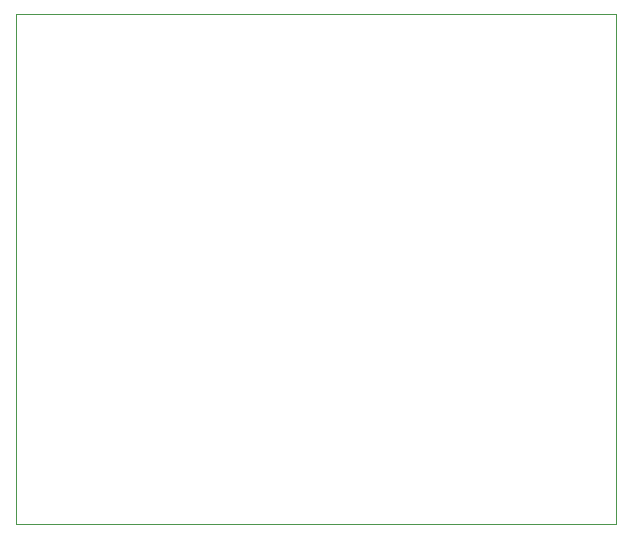
<source format=gbr>
%TF.GenerationSoftware,KiCad,Pcbnew,(6.0.11)*%
%TF.CreationDate,2024-01-13T12:12:08-05:00*%
%TF.ProjectId,PQFP-100-Adapter,50514650-2d31-4303-902d-416461707465,rev?*%
%TF.SameCoordinates,Original*%
%TF.FileFunction,Profile,NP*%
%FSLAX46Y46*%
G04 Gerber Fmt 4.6, Leading zero omitted, Abs format (unit mm)*
G04 Created by KiCad (PCBNEW (6.0.11)) date 2024-01-13 12:12:08*
%MOMM*%
%LPD*%
G01*
G04 APERTURE LIST*
%TA.AperFunction,Profile*%
%ADD10C,0.100000*%
%TD*%
G04 APERTURE END LIST*
D10*
X127000000Y-119380000D02*
X127000000Y-76200000D01*
X127000000Y-76200000D02*
X177800000Y-76200000D01*
X177800000Y-119380000D02*
X127000000Y-119380000D01*
X177800000Y-76200000D02*
X177800000Y-119380000D01*
M02*

</source>
